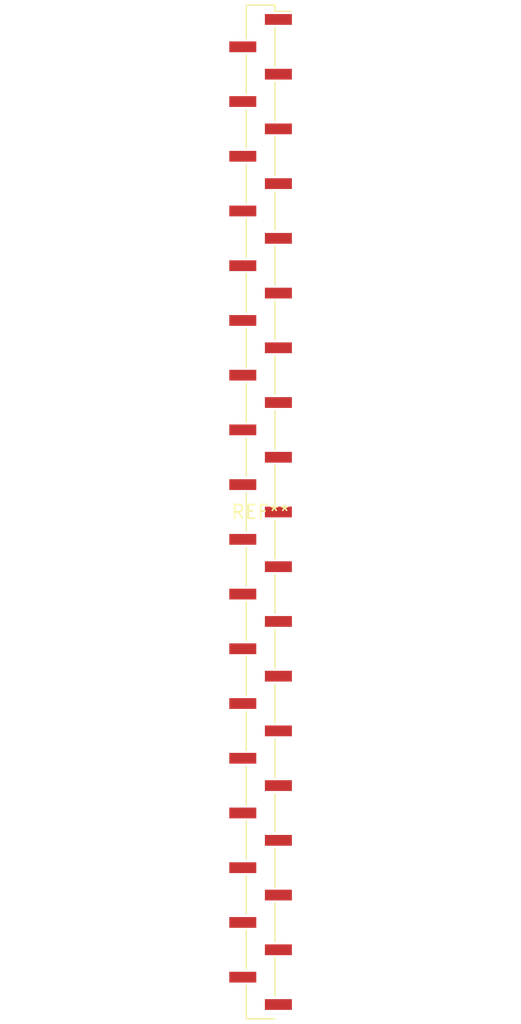
<source format=kicad_pcb>
(kicad_pcb (version 20240108) (generator pcbnew)
  (layers (0 "F.Cu" signal) (31 "B.Cu" signal) (34 "B.Paste" user) (35 "F.Paste" user) (36 "B.SilkS" user "B.Silkscreen") (37 "F.SilkS" user "F.Silkscreen") (38 "B.Mask" user) (39 "F.Mask" user) (44 "Edge.Cuts" user))
  (net 0 "")
  (footprint "PinHeader_1x37_P2.54mm_Vertical_SMD_Pin1Right" (layer "F.Cu") (at 0 0)
    (property "Reference" "REF**")
    (property "Value" "PinHeader_1x37_P2.54mm_Vertical_SMD_Pin1Right")
    (fp_line (start -1.33 -47.05) (end -1.33 -43.94) (layer "F.SilkS") (stroke (width 0.12)))
    (fp_line (start -1.33 -47.05) (end 1.33 -47.05) (layer "F.SilkS") (stroke (width 0.12)))
    (fp_line (start -1.33 -42.42) (end -1.33 -38.86) (layer "F.SilkS") (stroke (width 0.12)))
    (fp_line (start -1.33 -37.34) (end -1.33 -33.78) (layer "F.SilkS") (stroke (width 0.12)))
    (fp_line (start -1.33 -32.26) (end -1.33 -28.7) (layer "F.SilkS") (stroke (width 0.12)))
    (fp_line (start -1.33 -27.18) (end -1.33 -23.62) (layer "F.SilkS") (stroke (width 0.12)))
    (fp_line (start -1.33 -22.1) (end -1.33 -18.54) (layer "F.SilkS") (stroke (width 0.12)))
    (fp_line (start -1.33 -17.02) (end -1.33 -13.46) (layer "F.SilkS") (stroke (width 0.12)))
    (fp_line (start -1.33 -11.94) (end -1.33 -8.38) (layer "F.SilkS") (stroke (width 0.12)))
    (fp_line (start -1.33 -6.86) (end -1.33 -3.3) (layer "F.SilkS") (stroke (width 0.12)))
    (fp_line (start -1.33 -1.78) (end -1.33 1.78) (layer "F.SilkS") (stroke (width 0.12)))
    (fp_line (start -1.33 3.3) (end -1.33 6.86) (layer "F.SilkS") (stroke (width 0.12)))
    (fp_line (start -1.33 8.38) (end -1.33 11.94) (layer "F.SilkS") (stroke (width 0.12)))
    (fp_line (start -1.33 13.46) (end -1.33 17.02) (layer "F.SilkS") (stroke (width 0.12)))
    (fp_line (start -1.33 18.54) (end -1.33 22.1) (layer "F.SilkS") (stroke (width 0.12)))
    (fp_line (start -1.33 23.62) (end -1.33 27.18) (layer "F.SilkS") (stroke (width 0.12)))
    (fp_line (start -1.33 28.7) (end -1.33 32.26) (layer "F.SilkS") (stroke (width 0.12)))
    (fp_line (start -1.33 33.78) (end -1.33 37.34) (layer "F.SilkS") (stroke (width 0.12)))
    (fp_line (start -1.33 38.86) (end -1.33 42.42) (layer "F.SilkS") (stroke (width 0.12)))
    (fp_line (start -1.33 43.94) (end -1.33 47.05) (layer "F.SilkS") (stroke (width 0.12)))
    (fp_line (start -1.33 46.48) (end -1.33 47.05) (layer "F.SilkS") (stroke (width 0.12)))
    (fp_line (start -1.33 47.05) (end 1.33 47.05) (layer "F.SilkS") (stroke (width 0.12)))
    (fp_line (start 1.33 -47.05) (end 1.33 -46.48) (layer "F.SilkS") (stroke (width 0.12)))
    (fp_line (start 1.33 -46.48) (end 2.85 -46.48) (layer "F.SilkS") (stroke (width 0.12)))
    (fp_line (start 1.33 -44.96) (end 1.33 -41.4) (layer "F.SilkS") (stroke (width 0.12)))
    (fp_line (start 1.33 -39.88) (end 1.33 -36.32) (layer "F.SilkS") (stroke (width 0.12)))
    (fp_line (start 1.33 -34.8) (end 1.33 -31.24) (layer "F.SilkS") (stroke (width 0.12)))
    (fp_line (start 1.33 -29.72) (end 1.33 -26.16) (layer "F.SilkS") (stroke (width 0.12)))
    (fp_line (start 1.33 -24.64) (end 1.33 -21.08) (layer "F.SilkS") (stroke (width 0.12)))
    (fp_line (start 1.33 -19.56) (end 1.33 -16) (layer "F.SilkS") (stroke (width 0.12)))
    (fp_line (start 1.33 -14.48) (end 1.33 -10.92) (layer "F.SilkS") (stroke (width 0.12)))
    (fp_line (start 1.33 -9.4) (end 1.33 -5.84) (layer "F.SilkS") (stroke (width 0.12)))
    (fp_line (start 1.33 -4.32) (end 1.33 -0.76) (layer "F.SilkS") (stroke (width 0.12)))
    (fp_line (start 1.33 0.76) (end 1.33 4.32) (layer "F.SilkS") (stroke (width 0.12)))
    (fp_line (start 1.33 5.84) (end 1.33 9.4) (layer "F.SilkS") (stroke (width 0.12)))
    (fp_line (start 1.33 10.92) (end 1.33 14.48) (layer "F.SilkS") (stroke (width 0.12)))
    (fp_line (start 1.33 16) (end 1.33 19.56) (layer "F.SilkS") (stroke (width 0.12)))
    (fp_line (start 1.33 21.08) (end 1.33 24.64) (layer "F.SilkS") (stroke (width 0.12)))
    (fp_line (start 1.33 26.16) (end 1.33 29.72) (layer "F.SilkS") (stroke (width 0.12)))
    (fp_line (start 1.33 31.24) (end 1.33 34.8) (layer "F.SilkS") (stroke (width 0.12)))
    (fp_line (start 1.33 36.32) (end 1.33 39.88) (layer "F.SilkS") (stroke (width 0.12)))
    (fp_line (start 1.33 41.4) (end 1.33 44.96) (layer "F.SilkS") (stroke (width 0.12)))
    (pad "1" smd rect (at 1.655 -45.72) (size 2.51 1) (layers "F.Cu" "F.Paste" "F.Mask"))
    (pad "2" smd rect (at -1.655 -43.18) (size 2.51 1) (layers "F.Cu" "F.Paste" "F.Mask"))
    (pad "3" smd rect (at 1.655 -40.64) (size 2.51 1) (layers "F.Cu" "F.Paste" "F.Mask"))
    (pad "4" smd rect (at -1.655 -38.1) (size 2.51 1) (layers "F.Cu" "F.Paste" "F.Mask"))
    (pad "5" smd rect (at 1.655 -35.56) (size 2.51 1) (layers "F.Cu" "F.Paste" "F.Mask"))
    (pad "6" smd rect (at -1.655 -33.02) (size 2.51 1) (layers "F.Cu" "F.Paste" "F.Mask"))
    (pad "7" smd rect (at 1.655 -30.48) (size 2.51 1) (layers "F.Cu" "F.Paste" "F.Mask"))
    (pad "8" smd rect (at -1.655 -27.94) (size 2.51 1) (layers "F.Cu" "F.Paste" "F.Mask"))
    (pad "9" smd rect (at 1.655 -25.4) (size 2.51 1) (layers "F.Cu" "F.Paste" "F.Mask"))
    (pad "10" smd rect (at -1.655 -22.86) (size 2.51 1) (layers "F.Cu" "F.Paste" "F.Mask"))
    (pad "11" smd rect (at 1.655 -20.32) (size 2.51 1) (layers "F.Cu" "F.Paste" "F.Mask"))
    (pad "12" smd rect (at -1.655 -17.78) (size 2.51 1) (layers "F.Cu" "F.Paste" "F.Mask"))
    (pad "13" smd rect (at 1.655 -15.24) (size 2.51 1) (layers "F.Cu" "F.Paste" "F.Mask"))
    (pad "14" smd rect (at -1.655 -12.7) (size 2.51 1) (layers "F.Cu" "F.Paste" "F.Mask"))
    (pad "15" smd rect (at 1.655 -10.16) (size 2.51 1) (layers "F.Cu" "F.Paste" "F.Mask"))
    (pad "16" smd rect (at -1.655 -7.62) (size 2.51 1) (layers "F.Cu" "F.Paste" "F.Mask"))
    (pad "17" smd rect (at 1.655 -5.08) (size 2.51 1) (layers "F.Cu" "F.Paste" "F.Mask"))
    (pad "18" smd rect (at -1.655 -2.54) (size 2.51 1) (layers "F.Cu" "F.Paste" "F.Mask"))
    (pad "19" smd rect (at 1.655 0) (size 2.51 1) (layers "F.Cu" "F.Paste" "F.Mask"))
    (pad "20" smd rect (at -1.655 2.54) (size 2.51 1) (layers "F.Cu" "F.Paste" "F.Mask"))
    (pad "21" smd rect (at 1.655 5.08) (size 2.51 1) (layers "F.Cu" "F.Paste" "F.Mask"))
    (pad "22" smd rect (at -1.655 7.62) (size 2.51 1) (layers "F.Cu" "F.Paste" "F.Mask"))
    (pad "23" smd rect (at 1.655 10.16) (size 2.51 1) (layers "F.Cu" "F.Paste" "F.Mask"))
    (pad "24" smd rect (at -1.655 12.7) (size 2.51 1) (layers "F.Cu" "F.Paste" "F.Mask"))
    (pad "25" smd rect (at 1.655 15.24) (size 2.51 1) (layers "F.Cu" "F.Paste" "F.Mask"))
    (pad "26" smd rect (at -1.655 17.78) (size 2.51 1) (layers "F.Cu" "F.Paste" "F.Mask"))
    (pad "27" smd rect (at 1.655 20.32) (size 2.51 1) (layers "F.Cu" "F.Paste" "F.Mask"))
    (pad "28" smd rect (at -1.655 22.86) (size 2.51 1) (layers "F.Cu" "F.Paste" "F.Mask"))
    (pad "29" smd rect (at 1.655 25.4) (size 2.51 1) (layers "F.Cu" "F.Paste" "F.Mask"))
    (pad "30" smd rect (at -1.655 27.94) (size 2.51 1) (layers "F.Cu" "F.Paste" "F.Mask"))
    (pad "31" smd rect (at 1.655 30.48) (size 2.51 1) (layers "F.Cu" "F.Paste" "F.Mask"))
    (pad "32" smd rect (at -1.655 33.02) (size 2.51 1) (layers "F.Cu" "F.Paste" "F.Mask"))
    (pad "33" smd rect (at 1.655 35.56) (size 2.51 1) (layers "F.Cu" "F.Paste" "F.Mask"))
    (pad "34" smd rect (at -1.655 38.1) (size 2.51 1) (layers "F.Cu" "F.Paste" "F.Mask"))
    (pad "35" smd rect (at 1.655 40.64) (size 2.51 1) (layers "F.Cu" "F.Paste" "F.Mask"))
    (pad "36" smd rect (at -1.655 43.18) (size 2.51 1) (layers "F.Cu" "F.Paste" "F.Mask"))
    (pad "37" smd rect (at 1.655 45.72) (size 2.51 1) (layers "F.Cu" "F.Paste" "F.Mask"))
  )
)
</source>
